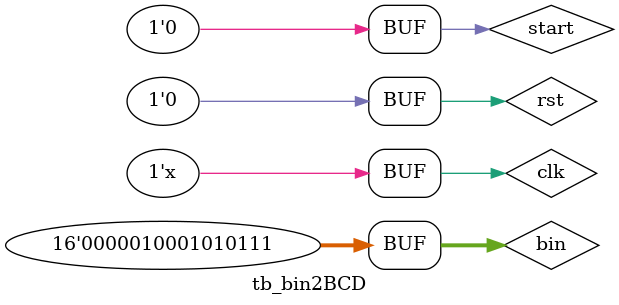
<source format=v>
`timescale 1ns / 1ps


module tb_bin2BCD;

	// Inputs
	reg [15:0] bin;
	reg rst;
	reg clk;
	reg start;

	// Outputs
	wire [3:0] dig1000;
	wire [3:0] dig100;
	wire [3:0] dig10;
	wire [3:0] dig1;

	// Instantiate the Unit Under Test (UUT)
	bin2BCD uut (
		.bin(bin), 
		.rst(rst), 
		.clk(clk), 
		.start(start), 
		.dig1000(dig1000), 
		.dig100(dig100), 
		.dig10(dig10), 
		.dig1(dig1)
	);
	always#2 clk = ~clk;
	initial begin
		// Initialize Inputs
		bin = 0;
		rst = 0;
		clk = 0;
		start = 0;

		// Wait 100 ns for global reset to finish
		#100;
      bin = 16'd1111;
		#5
		start = 1;
		#5
		start = 0;
		// Add stimulus here

	end
      
endmodule


</source>
